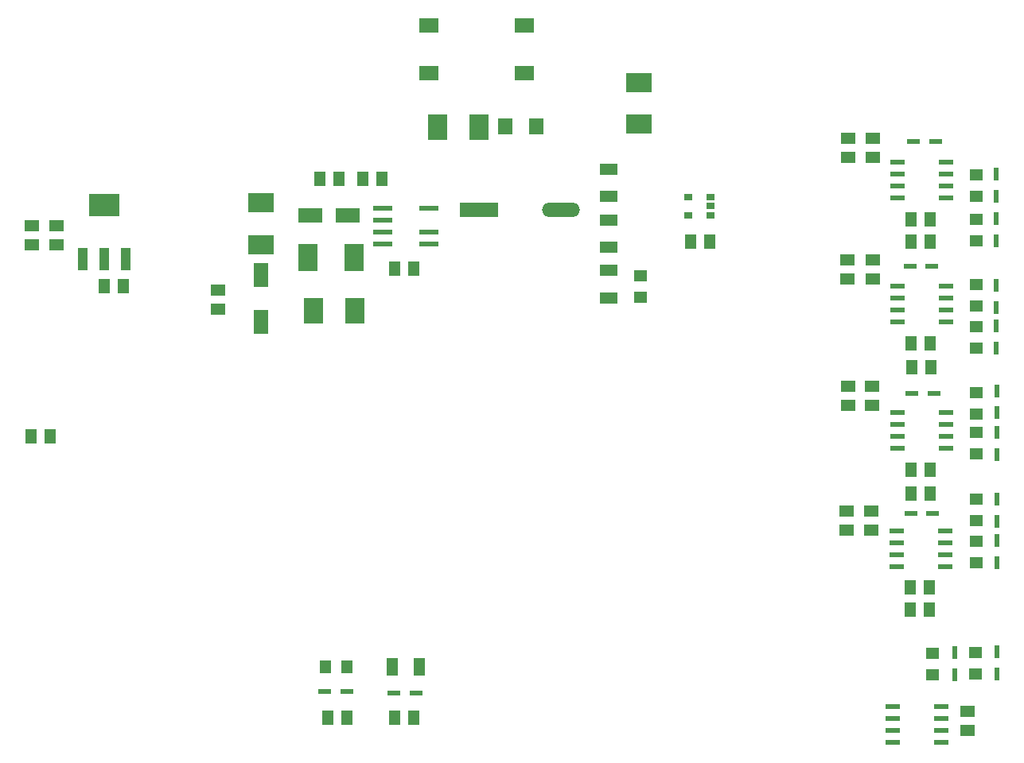
<source format=gtp>
G04 Layer_Color=8421504*
%FSLAX44Y44*%
%MOMM*%
G71*
G01*
G75*
%ADD10R,1.4500X0.5500*%
%ADD11R,1.5240X0.5080*%
%ADD12R,1.2700X1.6002*%
%ADD13R,1.6002X1.2700*%
%ADD14R,2.0000X1.5000*%
%ADD15R,2.0000X3.0000*%
%ADD16R,1.5240X1.6510*%
%ADD17R,1.3970X1.2700*%
%ADD18R,0.5500X1.4500*%
%ADD19R,1.2700X1.3970*%
%ADD20R,2.5000X1.5000*%
%ADD21R,1.5000X2.5000*%
%ADD22R,1.0000X2.4000*%
%ADD23R,3.3000X2.4000*%
%ADD24R,2.0000X0.6000*%
%ADD25R,2.1590X2.7430*%
%ADD26R,2.7430X2.1590*%
%ADD27O,4.0640X1.5000*%
%ADD28R,4.0640X1.5000*%
%ADD29R,1.8500X1.3000*%
%ADD30R,1.3000X1.8500*%
%ADD31R,0.9000X0.6500*%
D10*
X22750Y703400D02*
D03*
X-750D02*
D03*
X20750Y435400D02*
D03*
X-2750D02*
D03*
X18750Y570400D02*
D03*
X-4750D02*
D03*
X-627500Y118000D02*
D03*
X-604000D02*
D03*
X-3750Y307400D02*
D03*
X19750D02*
D03*
X-530250Y116000D02*
D03*
X-553750D02*
D03*
D11*
X34035Y414450D02*
D03*
Y401750D02*
D03*
Y389050D02*
D03*
Y376350D02*
D03*
X-18035D02*
D03*
Y389050D02*
D03*
Y401750D02*
D03*
Y414450D02*
D03*
X34035Y549450D02*
D03*
Y536750D02*
D03*
Y524050D02*
D03*
Y511350D02*
D03*
X-18035D02*
D03*
Y524050D02*
D03*
Y536750D02*
D03*
Y549450D02*
D03*
X-19070Y288800D02*
D03*
Y276100D02*
D03*
Y263400D02*
D03*
Y250700D02*
D03*
X33000D02*
D03*
Y263400D02*
D03*
Y276100D02*
D03*
Y288800D02*
D03*
X-18035Y681450D02*
D03*
Y668750D02*
D03*
Y656050D02*
D03*
Y643350D02*
D03*
X34035D02*
D03*
Y656050D02*
D03*
Y668750D02*
D03*
Y681450D02*
D03*
X-23000Y101400D02*
D03*
Y88700D02*
D03*
Y76000D02*
D03*
Y63300D02*
D03*
X29070D02*
D03*
Y76000D02*
D03*
Y88700D02*
D03*
Y101400D02*
D03*
D12*
X17000Y620400D02*
D03*
X-3320D02*
D03*
X17000Y596400D02*
D03*
X-3320D02*
D03*
X-862000Y549000D02*
D03*
X-841680D02*
D03*
X-919840Y389000D02*
D03*
X-940160D02*
D03*
X-533000Y568000D02*
D03*
X-553320D02*
D03*
X-553160Y90000D02*
D03*
X-532840D02*
D03*
X-612000Y664000D02*
D03*
X-632320D02*
D03*
X-587160D02*
D03*
X-566840D02*
D03*
X-238320Y597000D02*
D03*
X-218000D02*
D03*
X-4320Y228400D02*
D03*
X16000D02*
D03*
X-4160Y204400D02*
D03*
X16160D02*
D03*
X-3160Y353400D02*
D03*
X17160D02*
D03*
X-3160Y328400D02*
D03*
X17160D02*
D03*
X-3160Y488400D02*
D03*
X17160D02*
D03*
X-3000Y463400D02*
D03*
X17320D02*
D03*
X-603680Y90000D02*
D03*
X-624000D02*
D03*
D13*
X-44000Y706560D02*
D03*
Y686240D02*
D03*
X-913000Y593840D02*
D03*
Y614160D02*
D03*
X-939000Y593840D02*
D03*
Y614160D02*
D03*
X-741000Y545320D02*
D03*
Y525000D02*
D03*
X-70000Y706720D02*
D03*
Y686400D02*
D03*
X57000Y76240D02*
D03*
Y96560D02*
D03*
X-72000Y289840D02*
D03*
Y310160D02*
D03*
X-46000Y289840D02*
D03*
Y310160D02*
D03*
X-70000Y422000D02*
D03*
Y442320D02*
D03*
X-45000Y422000D02*
D03*
Y442320D02*
D03*
X-71000Y557000D02*
D03*
Y577320D02*
D03*
X-44000Y557000D02*
D03*
Y577320D02*
D03*
D14*
X-516800Y827400D02*
D03*
Y776600D02*
D03*
X-415200D02*
D03*
Y827400D02*
D03*
D15*
X-645000Y580000D02*
D03*
X-596000D02*
D03*
D16*
X-435018Y719762D02*
D03*
X-401998D02*
D03*
D17*
X19000Y135400D02*
D03*
Y158260D02*
D03*
X66000Y435830D02*
D03*
Y412970D02*
D03*
Y370570D02*
D03*
Y393430D02*
D03*
Y550830D02*
D03*
Y527970D02*
D03*
Y668260D02*
D03*
Y645400D02*
D03*
Y620830D02*
D03*
Y597970D02*
D03*
X-291000Y537570D02*
D03*
Y560430D02*
D03*
X65000Y158830D02*
D03*
Y135970D02*
D03*
X66000Y299400D02*
D03*
Y322260D02*
D03*
Y277830D02*
D03*
Y254970D02*
D03*
Y505830D02*
D03*
Y482970D02*
D03*
D18*
X88000Y160150D02*
D03*
Y136650D02*
D03*
Y278150D02*
D03*
Y254650D02*
D03*
Y393750D02*
D03*
Y370250D02*
D03*
Y437900D02*
D03*
Y414400D02*
D03*
X87000Y507150D02*
D03*
Y483650D02*
D03*
Y550150D02*
D03*
Y526650D02*
D03*
Y621400D02*
D03*
Y597900D02*
D03*
Y668900D02*
D03*
Y645400D02*
D03*
X43000Y159150D02*
D03*
Y135650D02*
D03*
X88000Y298650D02*
D03*
Y322150D02*
D03*
D19*
X-603570Y144000D02*
D03*
X-626430D02*
D03*
D20*
X-603000Y625000D02*
D03*
X-643000D02*
D03*
D21*
X-695000Y511000D02*
D03*
Y561000D02*
D03*
D22*
X-885000Y578000D02*
D03*
X-862000Y578000D02*
D03*
X-839000Y578000D02*
D03*
D23*
X-862000Y636000D02*
D03*
D24*
X-517000Y594300D02*
D03*
Y607000D02*
D03*
Y632400D02*
D03*
X-566000Y594300D02*
D03*
Y607000D02*
D03*
Y619700D02*
D03*
Y632400D02*
D03*
D25*
X-595000Y523000D02*
D03*
X-639200D02*
D03*
X-507200Y719000D02*
D03*
X-463000D02*
D03*
D26*
X-695000Y638000D02*
D03*
Y593800D02*
D03*
X-293000Y721900D02*
D03*
Y766100D02*
D03*
D27*
X-375820Y631000D02*
D03*
D28*
X-463450D02*
D03*
D29*
X-325000Y566000D02*
D03*
Y537000D02*
D03*
Y674000D02*
D03*
Y645000D02*
D03*
Y591000D02*
D03*
Y620000D02*
D03*
D30*
X-526500Y144000D02*
D03*
X-555500D02*
D03*
D31*
X-217000Y625000D02*
D03*
Y634500D02*
D03*
Y644000D02*
D03*
X-241000D02*
D03*
Y625000D02*
D03*
M02*

</source>
